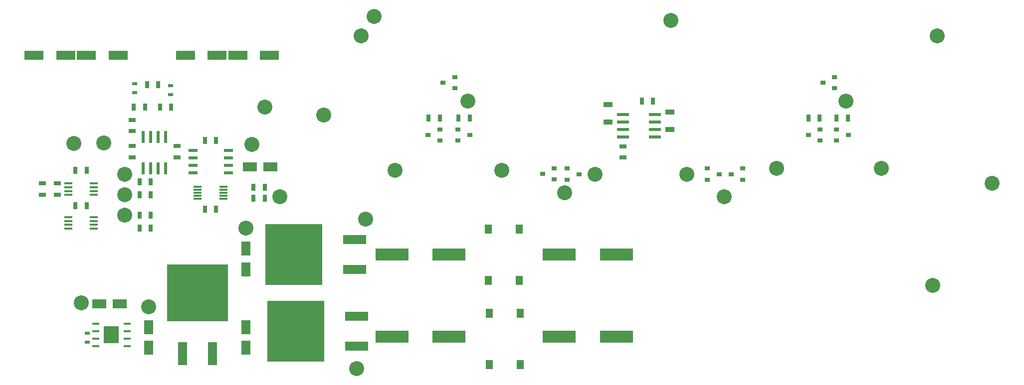
<source format=gtp>
G04 DipTrace 2.4.0.2*
%INSSPS.GTP*%
%MOIN*%
%ADD14C,0.1*%
%ADD29R,0.0354X0.0236*%
%ADD30R,0.126X0.063*%
%ADD31R,0.063X0.0354*%
%ADD32R,0.0276X0.0512*%
%ADD35R,0.2244X0.0787*%
%ADD36R,0.063X0.098*%
%ADD37R,0.098X0.063*%
%ADD38R,0.0512X0.0276*%
%ADD45R,0.0354X0.0315*%
%ADD48R,0.0787X0.0236*%
%ADD49R,0.0236X0.0787*%
%ADD52R,0.0531X0.0157*%
%ADD53R,0.0472X0.0598*%
%ADD55R,0.1555X0.0591*%
%ADD56R,0.3819X0.4094*%
%ADD58R,0.1043X0.1181*%
%ADD59R,0.0472X0.0161*%
%ADD61R,0.06X0.02*%
%ADD63R,0.0571X0.0118*%
%ADD64R,0.0591X0.1555*%
%ADD65R,0.4094X0.3819*%
%FSLAX44Y44*%
G04*
G70*
G90*
G75*
G01*
%LNTopPaste*%
%LPD*%
D29*
X7545Y19205D3*
Y19795D3*
X9955Y19080D3*
Y19670D3*
D30*
X16563Y21688D3*
X14437D3*
X6438D3*
X4312D3*
X13063D3*
X10937D3*
X2938D3*
X812D3*
D31*
X39200Y17250D3*
Y18391D3*
D32*
X27200Y17500D3*
X27944D3*
D31*
X43325Y17890D3*
Y16749D3*
D32*
X53315Y17500D3*
X52571D3*
X3593Y14015D3*
X4337D3*
X3593Y11640D3*
X4337D3*
X29945Y17495D3*
X29201D3*
X54460Y17500D3*
X55204D3*
D35*
X39750Y8375D3*
X35931D3*
X39750Y2875D3*
X35931D3*
X24750D3*
X28569D3*
Y8375D3*
X24750D3*
D36*
X15000Y7375D3*
Y8753D3*
Y2125D3*
Y3503D3*
D37*
X5186Y5064D3*
X6564D3*
D29*
X4375Y3091D3*
Y2500D3*
D38*
X40200Y15615D3*
Y14871D3*
D32*
X42200Y18625D3*
X41456D3*
D37*
X15250Y14250D3*
X16628D3*
D32*
X12995Y11395D3*
X12251D3*
X13000Y16000D3*
X12256D3*
D36*
X8500Y3503D3*
Y2125D3*
D38*
X10370Y14880D3*
Y15624D3*
X7370Y15620D3*
Y14876D3*
D32*
X8377Y19750D3*
X9125D3*
X16250Y12875D3*
X15502D3*
D38*
X7376Y17374D3*
Y16626D3*
D32*
X7500Y18250D3*
X8248D3*
X7876Y10124D3*
X8624D3*
X7876Y12374D3*
X8624D3*
X9999Y18250D3*
X9251D3*
X8623Y13250D3*
X7875D3*
D38*
X1375Y12375D3*
Y13123D3*
X2375Y12375D3*
Y13123D3*
D32*
X7877Y11000D3*
X8625D3*
X15502Y12125D3*
X16250D3*
D45*
X35593Y13395D3*
Y14143D3*
X34805Y13769D3*
X36450Y14125D3*
Y13377D3*
X37237Y13751D3*
X27950Y16000D3*
Y16748D3*
X27163Y16374D3*
X29163Y16748D3*
Y16000D3*
X29950Y16374D3*
X28950Y19500D3*
Y20248D3*
X28163Y19874D3*
D48*
X40200Y17750D3*
Y17250D3*
Y16750D3*
Y16250D3*
X42326D3*
Y16750D3*
Y17250D3*
Y17750D3*
D45*
X45825Y14125D3*
Y13377D3*
X46612Y13751D3*
D49*
X8125Y14125D3*
X8625D3*
X9125D3*
X9625D3*
Y16251D3*
X9125D3*
X8625D3*
X8125D3*
D45*
X48200Y13375D3*
Y14123D3*
X47413Y13749D3*
X53362Y16002D3*
Y16750D3*
X52575Y16376D3*
X54450Y16750D3*
Y16002D3*
X55237Y16376D3*
X54325Y19500D3*
Y20248D3*
X53538Y19874D3*
D52*
X3125Y13125D3*
Y12869D3*
Y12613D3*
Y12357D3*
X4818D3*
Y12613D3*
Y12869D3*
Y13125D3*
X3125Y10875D3*
Y10619D3*
Y10363D3*
Y10107D3*
X4818D3*
Y10363D3*
Y10619D3*
Y10875D3*
D53*
X33305Y1004D3*
Y4445D3*
X31254Y1004D3*
Y4445D3*
X31199Y10066D3*
Y6625D3*
X33250Y10066D3*
Y6625D3*
D55*
X22375Y2250D3*
Y4250D3*
D56*
X18320Y3250D3*
D55*
X22250Y7375D3*
Y9375D3*
D56*
X18195Y8375D3*
D58*
X6000Y3000D3*
D59*
X4945Y3750D3*
Y3250D3*
Y2750D3*
Y2250D3*
X7055D3*
Y2750D3*
Y3250D3*
Y3750D3*
D14*
X60900Y6300D3*
X24950Y14000D3*
X38325Y13750D3*
X61200Y23000D3*
X44450Y13750D3*
X57450Y14125D3*
X20200Y17700D3*
X22700Y23000D3*
X50450Y14125D3*
X32075Y14000D3*
X29825Y18625D3*
X55075D3*
X23550Y24300D3*
X43400Y24050D3*
D61*
X11445Y14820D3*
Y15320D3*
Y14320D3*
Y13820D3*
X13805D3*
Y14320D3*
Y14820D3*
Y15320D3*
D63*
X11750Y12900D3*
Y12703D3*
Y12506D3*
Y12309D3*
Y12113D3*
X13482D3*
Y12309D3*
Y12506D3*
Y12703D3*
Y12900D3*
D14*
X6875Y12375D3*
Y11000D3*
Y13750D3*
X5500Y15850D3*
X15375Y15750D3*
X4000Y5125D3*
X8500Y4875D3*
X22375Y750D3*
X23000Y10750D3*
X15000Y10125D3*
X17250Y12250D3*
X3500Y15800D3*
X16250Y18250D3*
X64850Y13150D3*
X46950Y12250D3*
X36300Y12500D3*
D64*
X10750Y1750D3*
X12750D3*
D65*
X11750Y5805D3*
M02*

</source>
